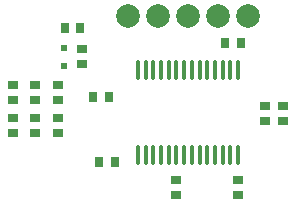
<source format=gtp>
%FSTAX23Y23*%
%MOIN*%
%SFA1B1*%

%IPPOS*%
%ADD16R,0.027560X0.037400*%
%ADD17R,0.037400X0.027560*%
%ADD18C,0.078740*%
%ADD19R,0.019680X0.023620*%
%ADD20O,0.015750X0.064960*%
%LNmidi_stick-1*%
%LPD*%
G54D16*
X03525Y0276D03*
X03474D03*
X03945Y03155D03*
X03894D03*
X0341Y03205D03*
X03359D03*
X03505Y02975D03*
X03453D03*
G54D17*
X03936Y027D03*
Y02649D03*
X03731Y027D03*
Y02649D03*
X04085Y02894D03*
Y02945D03*
X04025Y02894D03*
Y02945D03*
X03415Y03084D03*
Y03135D03*
X03335Y03016D03*
Y02965D03*
X0326Y03016D03*
Y02965D03*
X03185Y03016D03*
Y02965D03*
Y02855D03*
Y02906D03*
X0326Y02855D03*
Y02906D03*
X03335Y02855D03*
Y02906D03*
G54D18*
X0357Y03245D03*
X0367D03*
X0377D03*
X0387D03*
X0397D03*
G54D19*
X03355Y03139D03*
Y0308D03*
G54D20*
X03603Y02782D03*
X03629D03*
X03654D03*
X0368D03*
X03706D03*
X03731D03*
X03757D03*
X03782D03*
X03808D03*
X03833D03*
X03859D03*
X03885D03*
X0391D03*
X03936D03*
X03603Y03067D03*
X03629D03*
X03654D03*
X0368D03*
X03706D03*
X03731D03*
X03757D03*
X03782D03*
X03808D03*
X03833D03*
X03859D03*
X03885D03*
X0391D03*
X03936D03*
M02*
</source>
